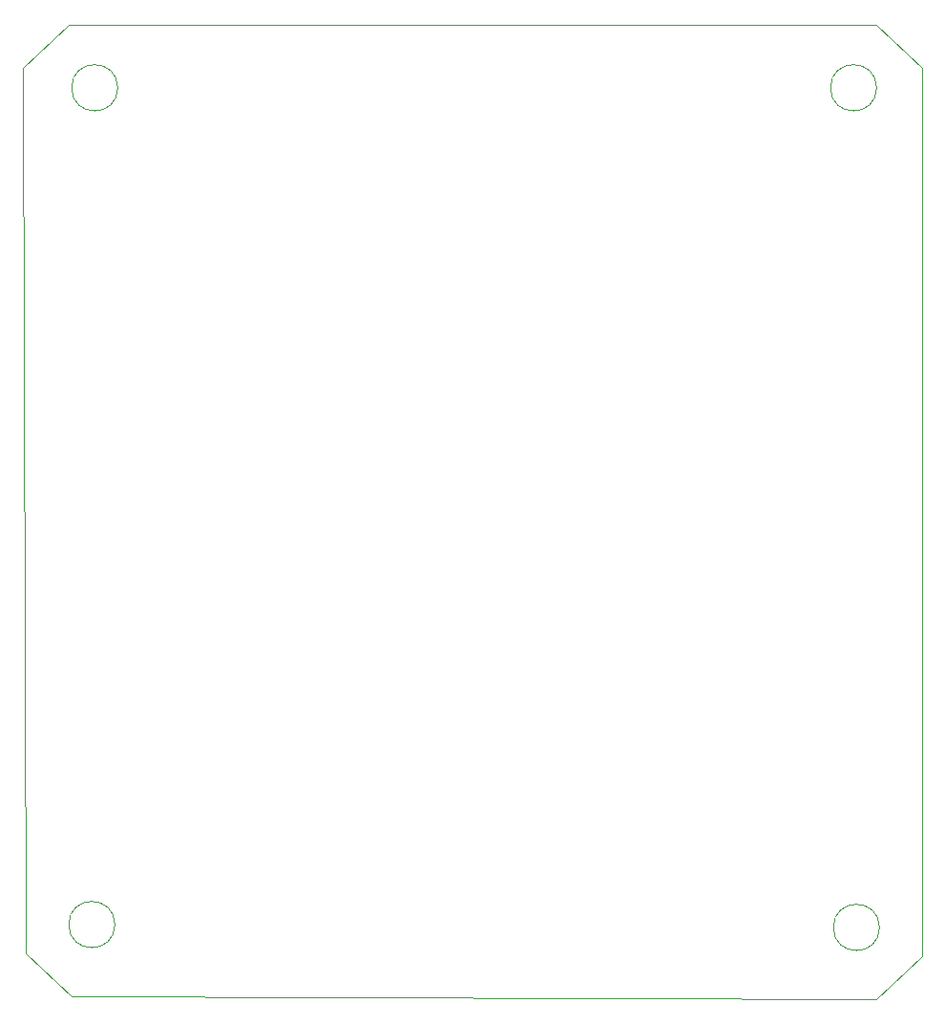
<source format=gbr>
%TF.GenerationSoftware,KiCad,Pcbnew,(5.1.6)-1*%
%TF.CreationDate,2020-11-22T17:12:52+01:00*%
%TF.ProjectId,NANOV4,4e414e4f-5634-42e6-9b69-6361645f7063,rev?*%
%TF.SameCoordinates,Original*%
%TF.FileFunction,Profile,NP*%
%FSLAX46Y46*%
G04 Gerber Fmt 4.6, Leading zero omitted, Abs format (unit mm)*
G04 Created by KiCad (PCBNEW (5.1.6)-1) date 2020-11-22 17:12:52*
%MOMM*%
%LPD*%
G01*
G04 APERTURE LIST*
%TA.AperFunction,Profile*%
%ADD10C,0.100000*%
%TD*%
G04 APERTURE END LIST*
D10*
X172720000Y-40386000D02*
X101092000Y-40386000D01*
X176784000Y-44196000D02*
X172720000Y-40386000D01*
X97028000Y-44196000D02*
X101092000Y-40386000D01*
X101346000Y-126492000D02*
X97282000Y-122682000D01*
X172720000Y-126746000D02*
X176784000Y-122936000D01*
X172992000Y-120396000D02*
G75*
G03*
X172992000Y-120396000I-2050000J0D01*
G01*
X105174000Y-120142000D02*
G75*
G03*
X105174000Y-120142000I-2050000J0D01*
G01*
X172738000Y-45974000D02*
G75*
G03*
X172738000Y-45974000I-2050000J0D01*
G01*
X105428000Y-45974000D02*
G75*
G03*
X105428000Y-45974000I-2050000J0D01*
G01*
X97282000Y-122682000D02*
X97028000Y-44196000D01*
X172720000Y-126746000D02*
X101346000Y-126492000D01*
X176784000Y-44196000D02*
X176784000Y-122936000D01*
M02*

</source>
